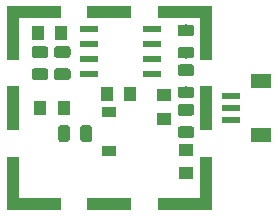
<source format=gbr>
G04 #@! TF.GenerationSoftware,KiCad,Pcbnew,(5.0.0)*
G04 #@! TF.CreationDate,2019-03-24T09:47:22+01:00*
G04 #@! TF.ProjectId,photoDiode_MDversion1.2,70686F746F44696F64655F4D44766572,rev?*
G04 #@! TF.SameCoordinates,Original*
G04 #@! TF.FileFunction,Paste,Bot*
G04 #@! TF.FilePolarity,Positive*
%FSLAX46Y46*%
G04 Gerber Fmt 4.6, Leading zero omitted, Abs format (unit mm)*
G04 Created by KiCad (PCBNEW (5.0.0)) date 03/24/19 09:47:22*
%MOMM*%
%LPD*%
G01*
G04 APERTURE LIST*
%ADD10R,1.200000X0.900000*%
%ADD11R,1.000000X1.250000*%
%ADD12C,0.100000*%
%ADD13C,0.975000*%
%ADD14R,1.250000X1.000000*%
%ADD15R,1.550000X0.600000*%
%ADD16R,1.800000X1.200000*%
%ADD17R,1.000000X3.800000*%
%ADD18R,3.800000X1.000000*%
%ADD19C,1.000000*%
G04 APERTURE END LIST*
D10*
G04 #@! TO.C,D2*
X149500000Y-98660000D03*
X149500000Y-95360000D03*
G04 #@! TD*
D11*
G04 #@! TO.C,C5*
X149270000Y-93770000D03*
X151270000Y-93770000D03*
G04 #@! TD*
D12*
G04 #@! TO.C,R6*
G36*
X156460142Y-91306174D02*
X156483803Y-91309684D01*
X156507007Y-91315496D01*
X156529529Y-91323554D01*
X156551153Y-91333782D01*
X156571670Y-91346079D01*
X156590883Y-91360329D01*
X156608607Y-91376393D01*
X156624671Y-91394117D01*
X156638921Y-91413330D01*
X156651218Y-91433847D01*
X156661446Y-91455471D01*
X156669504Y-91477993D01*
X156675316Y-91501197D01*
X156678826Y-91524858D01*
X156680000Y-91548750D01*
X156680000Y-92036250D01*
X156678826Y-92060142D01*
X156675316Y-92083803D01*
X156669504Y-92107007D01*
X156661446Y-92129529D01*
X156651218Y-92151153D01*
X156638921Y-92171670D01*
X156624671Y-92190883D01*
X156608607Y-92208607D01*
X156590883Y-92224671D01*
X156571670Y-92238921D01*
X156551153Y-92251218D01*
X156529529Y-92261446D01*
X156507007Y-92269504D01*
X156483803Y-92275316D01*
X156460142Y-92278826D01*
X156436250Y-92280000D01*
X155523750Y-92280000D01*
X155499858Y-92278826D01*
X155476197Y-92275316D01*
X155452993Y-92269504D01*
X155430471Y-92261446D01*
X155408847Y-92251218D01*
X155388330Y-92238921D01*
X155369117Y-92224671D01*
X155351393Y-92208607D01*
X155335329Y-92190883D01*
X155321079Y-92171670D01*
X155308782Y-92151153D01*
X155298554Y-92129529D01*
X155290496Y-92107007D01*
X155284684Y-92083803D01*
X155281174Y-92060142D01*
X155280000Y-92036250D01*
X155280000Y-91548750D01*
X155281174Y-91524858D01*
X155284684Y-91501197D01*
X155290496Y-91477993D01*
X155298554Y-91455471D01*
X155308782Y-91433847D01*
X155321079Y-91413330D01*
X155335329Y-91394117D01*
X155351393Y-91376393D01*
X155369117Y-91360329D01*
X155388330Y-91346079D01*
X155408847Y-91333782D01*
X155430471Y-91323554D01*
X155452993Y-91315496D01*
X155476197Y-91309684D01*
X155499858Y-91306174D01*
X155523750Y-91305000D01*
X156436250Y-91305000D01*
X156460142Y-91306174D01*
X156460142Y-91306174D01*
G37*
D13*
X155980000Y-91792500D03*
D12*
G36*
X156460142Y-93181174D02*
X156483803Y-93184684D01*
X156507007Y-93190496D01*
X156529529Y-93198554D01*
X156551153Y-93208782D01*
X156571670Y-93221079D01*
X156590883Y-93235329D01*
X156608607Y-93251393D01*
X156624671Y-93269117D01*
X156638921Y-93288330D01*
X156651218Y-93308847D01*
X156661446Y-93330471D01*
X156669504Y-93352993D01*
X156675316Y-93376197D01*
X156678826Y-93399858D01*
X156680000Y-93423750D01*
X156680000Y-93911250D01*
X156678826Y-93935142D01*
X156675316Y-93958803D01*
X156669504Y-93982007D01*
X156661446Y-94004529D01*
X156651218Y-94026153D01*
X156638921Y-94046670D01*
X156624671Y-94065883D01*
X156608607Y-94083607D01*
X156590883Y-94099671D01*
X156571670Y-94113921D01*
X156551153Y-94126218D01*
X156529529Y-94136446D01*
X156507007Y-94144504D01*
X156483803Y-94150316D01*
X156460142Y-94153826D01*
X156436250Y-94155000D01*
X155523750Y-94155000D01*
X155499858Y-94153826D01*
X155476197Y-94150316D01*
X155452993Y-94144504D01*
X155430471Y-94136446D01*
X155408847Y-94126218D01*
X155388330Y-94113921D01*
X155369117Y-94099671D01*
X155351393Y-94083607D01*
X155335329Y-94065883D01*
X155321079Y-94046670D01*
X155308782Y-94026153D01*
X155298554Y-94004529D01*
X155290496Y-93982007D01*
X155284684Y-93958803D01*
X155281174Y-93935142D01*
X155280000Y-93911250D01*
X155280000Y-93423750D01*
X155281174Y-93399858D01*
X155284684Y-93376197D01*
X155290496Y-93352993D01*
X155298554Y-93330471D01*
X155308782Y-93308847D01*
X155321079Y-93288330D01*
X155335329Y-93269117D01*
X155351393Y-93251393D01*
X155369117Y-93235329D01*
X155388330Y-93221079D01*
X155408847Y-93208782D01*
X155430471Y-93198554D01*
X155452993Y-93190496D01*
X155476197Y-93184684D01*
X155499858Y-93181174D01*
X155523750Y-93180000D01*
X156436250Y-93180000D01*
X156460142Y-93181174D01*
X156460142Y-93181174D01*
G37*
D13*
X155980000Y-93667500D03*
G04 #@! TD*
D12*
G04 #@! TO.C,R3*
G36*
X145920142Y-96461174D02*
X145943803Y-96464684D01*
X145967007Y-96470496D01*
X145989529Y-96478554D01*
X146011153Y-96488782D01*
X146031670Y-96501079D01*
X146050883Y-96515329D01*
X146068607Y-96531393D01*
X146084671Y-96549117D01*
X146098921Y-96568330D01*
X146111218Y-96588847D01*
X146121446Y-96610471D01*
X146129504Y-96632993D01*
X146135316Y-96656197D01*
X146138826Y-96679858D01*
X146140000Y-96703750D01*
X146140000Y-97616250D01*
X146138826Y-97640142D01*
X146135316Y-97663803D01*
X146129504Y-97687007D01*
X146121446Y-97709529D01*
X146111218Y-97731153D01*
X146098921Y-97751670D01*
X146084671Y-97770883D01*
X146068607Y-97788607D01*
X146050883Y-97804671D01*
X146031670Y-97818921D01*
X146011153Y-97831218D01*
X145989529Y-97841446D01*
X145967007Y-97849504D01*
X145943803Y-97855316D01*
X145920142Y-97858826D01*
X145896250Y-97860000D01*
X145408750Y-97860000D01*
X145384858Y-97858826D01*
X145361197Y-97855316D01*
X145337993Y-97849504D01*
X145315471Y-97841446D01*
X145293847Y-97831218D01*
X145273330Y-97818921D01*
X145254117Y-97804671D01*
X145236393Y-97788607D01*
X145220329Y-97770883D01*
X145206079Y-97751670D01*
X145193782Y-97731153D01*
X145183554Y-97709529D01*
X145175496Y-97687007D01*
X145169684Y-97663803D01*
X145166174Y-97640142D01*
X145165000Y-97616250D01*
X145165000Y-96703750D01*
X145166174Y-96679858D01*
X145169684Y-96656197D01*
X145175496Y-96632993D01*
X145183554Y-96610471D01*
X145193782Y-96588847D01*
X145206079Y-96568330D01*
X145220329Y-96549117D01*
X145236393Y-96531393D01*
X145254117Y-96515329D01*
X145273330Y-96501079D01*
X145293847Y-96488782D01*
X145315471Y-96478554D01*
X145337993Y-96470496D01*
X145361197Y-96464684D01*
X145384858Y-96461174D01*
X145408750Y-96460000D01*
X145896250Y-96460000D01*
X145920142Y-96461174D01*
X145920142Y-96461174D01*
G37*
D13*
X145652500Y-97160000D03*
D12*
G36*
X147795142Y-96461174D02*
X147818803Y-96464684D01*
X147842007Y-96470496D01*
X147864529Y-96478554D01*
X147886153Y-96488782D01*
X147906670Y-96501079D01*
X147925883Y-96515329D01*
X147943607Y-96531393D01*
X147959671Y-96549117D01*
X147973921Y-96568330D01*
X147986218Y-96588847D01*
X147996446Y-96610471D01*
X148004504Y-96632993D01*
X148010316Y-96656197D01*
X148013826Y-96679858D01*
X148015000Y-96703750D01*
X148015000Y-97616250D01*
X148013826Y-97640142D01*
X148010316Y-97663803D01*
X148004504Y-97687007D01*
X147996446Y-97709529D01*
X147986218Y-97731153D01*
X147973921Y-97751670D01*
X147959671Y-97770883D01*
X147943607Y-97788607D01*
X147925883Y-97804671D01*
X147906670Y-97818921D01*
X147886153Y-97831218D01*
X147864529Y-97841446D01*
X147842007Y-97849504D01*
X147818803Y-97855316D01*
X147795142Y-97858826D01*
X147771250Y-97860000D01*
X147283750Y-97860000D01*
X147259858Y-97858826D01*
X147236197Y-97855316D01*
X147212993Y-97849504D01*
X147190471Y-97841446D01*
X147168847Y-97831218D01*
X147148330Y-97818921D01*
X147129117Y-97804671D01*
X147111393Y-97788607D01*
X147095329Y-97770883D01*
X147081079Y-97751670D01*
X147068782Y-97731153D01*
X147058554Y-97709529D01*
X147050496Y-97687007D01*
X147044684Y-97663803D01*
X147041174Y-97640142D01*
X147040000Y-97616250D01*
X147040000Y-96703750D01*
X147041174Y-96679858D01*
X147044684Y-96656197D01*
X147050496Y-96632993D01*
X147058554Y-96610471D01*
X147068782Y-96588847D01*
X147081079Y-96568330D01*
X147095329Y-96549117D01*
X147111393Y-96531393D01*
X147129117Y-96515329D01*
X147148330Y-96501079D01*
X147168847Y-96488782D01*
X147190471Y-96478554D01*
X147212993Y-96470496D01*
X147236197Y-96464684D01*
X147259858Y-96461174D01*
X147283750Y-96460000D01*
X147771250Y-96460000D01*
X147795142Y-96461174D01*
X147795142Y-96461174D01*
G37*
D13*
X147527500Y-97160000D03*
G04 #@! TD*
D12*
G04 #@! TO.C,R4*
G36*
X156450142Y-89811174D02*
X156473803Y-89814684D01*
X156497007Y-89820496D01*
X156519529Y-89828554D01*
X156541153Y-89838782D01*
X156561670Y-89851079D01*
X156580883Y-89865329D01*
X156598607Y-89881393D01*
X156614671Y-89899117D01*
X156628921Y-89918330D01*
X156641218Y-89938847D01*
X156651446Y-89960471D01*
X156659504Y-89982993D01*
X156665316Y-90006197D01*
X156668826Y-90029858D01*
X156670000Y-90053750D01*
X156670000Y-90541250D01*
X156668826Y-90565142D01*
X156665316Y-90588803D01*
X156659504Y-90612007D01*
X156651446Y-90634529D01*
X156641218Y-90656153D01*
X156628921Y-90676670D01*
X156614671Y-90695883D01*
X156598607Y-90713607D01*
X156580883Y-90729671D01*
X156561670Y-90743921D01*
X156541153Y-90756218D01*
X156519529Y-90766446D01*
X156497007Y-90774504D01*
X156473803Y-90780316D01*
X156450142Y-90783826D01*
X156426250Y-90785000D01*
X155513750Y-90785000D01*
X155489858Y-90783826D01*
X155466197Y-90780316D01*
X155442993Y-90774504D01*
X155420471Y-90766446D01*
X155398847Y-90756218D01*
X155378330Y-90743921D01*
X155359117Y-90729671D01*
X155341393Y-90713607D01*
X155325329Y-90695883D01*
X155311079Y-90676670D01*
X155298782Y-90656153D01*
X155288554Y-90634529D01*
X155280496Y-90612007D01*
X155274684Y-90588803D01*
X155271174Y-90565142D01*
X155270000Y-90541250D01*
X155270000Y-90053750D01*
X155271174Y-90029858D01*
X155274684Y-90006197D01*
X155280496Y-89982993D01*
X155288554Y-89960471D01*
X155298782Y-89938847D01*
X155311079Y-89918330D01*
X155325329Y-89899117D01*
X155341393Y-89881393D01*
X155359117Y-89865329D01*
X155378330Y-89851079D01*
X155398847Y-89838782D01*
X155420471Y-89828554D01*
X155442993Y-89820496D01*
X155466197Y-89814684D01*
X155489858Y-89811174D01*
X155513750Y-89810000D01*
X156426250Y-89810000D01*
X156450142Y-89811174D01*
X156450142Y-89811174D01*
G37*
D13*
X155970000Y-90297500D03*
D12*
G36*
X156450142Y-87936174D02*
X156473803Y-87939684D01*
X156497007Y-87945496D01*
X156519529Y-87953554D01*
X156541153Y-87963782D01*
X156561670Y-87976079D01*
X156580883Y-87990329D01*
X156598607Y-88006393D01*
X156614671Y-88024117D01*
X156628921Y-88043330D01*
X156641218Y-88063847D01*
X156651446Y-88085471D01*
X156659504Y-88107993D01*
X156665316Y-88131197D01*
X156668826Y-88154858D01*
X156670000Y-88178750D01*
X156670000Y-88666250D01*
X156668826Y-88690142D01*
X156665316Y-88713803D01*
X156659504Y-88737007D01*
X156651446Y-88759529D01*
X156641218Y-88781153D01*
X156628921Y-88801670D01*
X156614671Y-88820883D01*
X156598607Y-88838607D01*
X156580883Y-88854671D01*
X156561670Y-88868921D01*
X156541153Y-88881218D01*
X156519529Y-88891446D01*
X156497007Y-88899504D01*
X156473803Y-88905316D01*
X156450142Y-88908826D01*
X156426250Y-88910000D01*
X155513750Y-88910000D01*
X155489858Y-88908826D01*
X155466197Y-88905316D01*
X155442993Y-88899504D01*
X155420471Y-88891446D01*
X155398847Y-88881218D01*
X155378330Y-88868921D01*
X155359117Y-88854671D01*
X155341393Y-88838607D01*
X155325329Y-88820883D01*
X155311079Y-88801670D01*
X155298782Y-88781153D01*
X155288554Y-88759529D01*
X155280496Y-88737007D01*
X155274684Y-88713803D01*
X155271174Y-88690142D01*
X155270000Y-88666250D01*
X155270000Y-88178750D01*
X155271174Y-88154858D01*
X155274684Y-88131197D01*
X155280496Y-88107993D01*
X155288554Y-88085471D01*
X155298782Y-88063847D01*
X155311079Y-88043330D01*
X155325329Y-88024117D01*
X155341393Y-88006393D01*
X155359117Y-87990329D01*
X155378330Y-87976079D01*
X155398847Y-87963782D01*
X155420471Y-87953554D01*
X155442993Y-87945496D01*
X155466197Y-87939684D01*
X155489858Y-87936174D01*
X155513750Y-87935000D01*
X156426250Y-87935000D01*
X156450142Y-87936174D01*
X156450142Y-87936174D01*
G37*
D13*
X155970000Y-88422500D03*
G04 #@! TD*
D11*
G04 #@! TO.C,C2*
X143630000Y-95000000D03*
X145630000Y-95000000D03*
G04 #@! TD*
D12*
G04 #@! TO.C,R1*
G36*
X145990142Y-89766174D02*
X146013803Y-89769684D01*
X146037007Y-89775496D01*
X146059529Y-89783554D01*
X146081153Y-89793782D01*
X146101670Y-89806079D01*
X146120883Y-89820329D01*
X146138607Y-89836393D01*
X146154671Y-89854117D01*
X146168921Y-89873330D01*
X146181218Y-89893847D01*
X146191446Y-89915471D01*
X146199504Y-89937993D01*
X146205316Y-89961197D01*
X146208826Y-89984858D01*
X146210000Y-90008750D01*
X146210000Y-90496250D01*
X146208826Y-90520142D01*
X146205316Y-90543803D01*
X146199504Y-90567007D01*
X146191446Y-90589529D01*
X146181218Y-90611153D01*
X146168921Y-90631670D01*
X146154671Y-90650883D01*
X146138607Y-90668607D01*
X146120883Y-90684671D01*
X146101670Y-90698921D01*
X146081153Y-90711218D01*
X146059529Y-90721446D01*
X146037007Y-90729504D01*
X146013803Y-90735316D01*
X145990142Y-90738826D01*
X145966250Y-90740000D01*
X145053750Y-90740000D01*
X145029858Y-90738826D01*
X145006197Y-90735316D01*
X144982993Y-90729504D01*
X144960471Y-90721446D01*
X144938847Y-90711218D01*
X144918330Y-90698921D01*
X144899117Y-90684671D01*
X144881393Y-90668607D01*
X144865329Y-90650883D01*
X144851079Y-90631670D01*
X144838782Y-90611153D01*
X144828554Y-90589529D01*
X144820496Y-90567007D01*
X144814684Y-90543803D01*
X144811174Y-90520142D01*
X144810000Y-90496250D01*
X144810000Y-90008750D01*
X144811174Y-89984858D01*
X144814684Y-89961197D01*
X144820496Y-89937993D01*
X144828554Y-89915471D01*
X144838782Y-89893847D01*
X144851079Y-89873330D01*
X144865329Y-89854117D01*
X144881393Y-89836393D01*
X144899117Y-89820329D01*
X144918330Y-89806079D01*
X144938847Y-89793782D01*
X144960471Y-89783554D01*
X144982993Y-89775496D01*
X145006197Y-89769684D01*
X145029858Y-89766174D01*
X145053750Y-89765000D01*
X145966250Y-89765000D01*
X145990142Y-89766174D01*
X145990142Y-89766174D01*
G37*
D13*
X145510000Y-90252500D03*
D12*
G36*
X145990142Y-91641174D02*
X146013803Y-91644684D01*
X146037007Y-91650496D01*
X146059529Y-91658554D01*
X146081153Y-91668782D01*
X146101670Y-91681079D01*
X146120883Y-91695329D01*
X146138607Y-91711393D01*
X146154671Y-91729117D01*
X146168921Y-91748330D01*
X146181218Y-91768847D01*
X146191446Y-91790471D01*
X146199504Y-91812993D01*
X146205316Y-91836197D01*
X146208826Y-91859858D01*
X146210000Y-91883750D01*
X146210000Y-92371250D01*
X146208826Y-92395142D01*
X146205316Y-92418803D01*
X146199504Y-92442007D01*
X146191446Y-92464529D01*
X146181218Y-92486153D01*
X146168921Y-92506670D01*
X146154671Y-92525883D01*
X146138607Y-92543607D01*
X146120883Y-92559671D01*
X146101670Y-92573921D01*
X146081153Y-92586218D01*
X146059529Y-92596446D01*
X146037007Y-92604504D01*
X146013803Y-92610316D01*
X145990142Y-92613826D01*
X145966250Y-92615000D01*
X145053750Y-92615000D01*
X145029858Y-92613826D01*
X145006197Y-92610316D01*
X144982993Y-92604504D01*
X144960471Y-92596446D01*
X144938847Y-92586218D01*
X144918330Y-92573921D01*
X144899117Y-92559671D01*
X144881393Y-92543607D01*
X144865329Y-92525883D01*
X144851079Y-92506670D01*
X144838782Y-92486153D01*
X144828554Y-92464529D01*
X144820496Y-92442007D01*
X144814684Y-92418803D01*
X144811174Y-92395142D01*
X144810000Y-92371250D01*
X144810000Y-91883750D01*
X144811174Y-91859858D01*
X144814684Y-91836197D01*
X144820496Y-91812993D01*
X144828554Y-91790471D01*
X144838782Y-91768847D01*
X144851079Y-91748330D01*
X144865329Y-91729117D01*
X144881393Y-91711393D01*
X144899117Y-91695329D01*
X144918330Y-91681079D01*
X144938847Y-91668782D01*
X144960471Y-91658554D01*
X144982993Y-91650496D01*
X145006197Y-91644684D01*
X145029858Y-91641174D01*
X145053750Y-91640000D01*
X145966250Y-91640000D01*
X145990142Y-91641174D01*
X145990142Y-91641174D01*
G37*
D13*
X145510000Y-92127500D03*
G04 #@! TD*
D12*
G04 #@! TO.C,R2*
G36*
X144100142Y-89766174D02*
X144123803Y-89769684D01*
X144147007Y-89775496D01*
X144169529Y-89783554D01*
X144191153Y-89793782D01*
X144211670Y-89806079D01*
X144230883Y-89820329D01*
X144248607Y-89836393D01*
X144264671Y-89854117D01*
X144278921Y-89873330D01*
X144291218Y-89893847D01*
X144301446Y-89915471D01*
X144309504Y-89937993D01*
X144315316Y-89961197D01*
X144318826Y-89984858D01*
X144320000Y-90008750D01*
X144320000Y-90496250D01*
X144318826Y-90520142D01*
X144315316Y-90543803D01*
X144309504Y-90567007D01*
X144301446Y-90589529D01*
X144291218Y-90611153D01*
X144278921Y-90631670D01*
X144264671Y-90650883D01*
X144248607Y-90668607D01*
X144230883Y-90684671D01*
X144211670Y-90698921D01*
X144191153Y-90711218D01*
X144169529Y-90721446D01*
X144147007Y-90729504D01*
X144123803Y-90735316D01*
X144100142Y-90738826D01*
X144076250Y-90740000D01*
X143163750Y-90740000D01*
X143139858Y-90738826D01*
X143116197Y-90735316D01*
X143092993Y-90729504D01*
X143070471Y-90721446D01*
X143048847Y-90711218D01*
X143028330Y-90698921D01*
X143009117Y-90684671D01*
X142991393Y-90668607D01*
X142975329Y-90650883D01*
X142961079Y-90631670D01*
X142948782Y-90611153D01*
X142938554Y-90589529D01*
X142930496Y-90567007D01*
X142924684Y-90543803D01*
X142921174Y-90520142D01*
X142920000Y-90496250D01*
X142920000Y-90008750D01*
X142921174Y-89984858D01*
X142924684Y-89961197D01*
X142930496Y-89937993D01*
X142938554Y-89915471D01*
X142948782Y-89893847D01*
X142961079Y-89873330D01*
X142975329Y-89854117D01*
X142991393Y-89836393D01*
X143009117Y-89820329D01*
X143028330Y-89806079D01*
X143048847Y-89793782D01*
X143070471Y-89783554D01*
X143092993Y-89775496D01*
X143116197Y-89769684D01*
X143139858Y-89766174D01*
X143163750Y-89765000D01*
X144076250Y-89765000D01*
X144100142Y-89766174D01*
X144100142Y-89766174D01*
G37*
D13*
X143620000Y-90252500D03*
D12*
G36*
X144100142Y-91641174D02*
X144123803Y-91644684D01*
X144147007Y-91650496D01*
X144169529Y-91658554D01*
X144191153Y-91668782D01*
X144211670Y-91681079D01*
X144230883Y-91695329D01*
X144248607Y-91711393D01*
X144264671Y-91729117D01*
X144278921Y-91748330D01*
X144291218Y-91768847D01*
X144301446Y-91790471D01*
X144309504Y-91812993D01*
X144315316Y-91836197D01*
X144318826Y-91859858D01*
X144320000Y-91883750D01*
X144320000Y-92371250D01*
X144318826Y-92395142D01*
X144315316Y-92418803D01*
X144309504Y-92442007D01*
X144301446Y-92464529D01*
X144291218Y-92486153D01*
X144278921Y-92506670D01*
X144264671Y-92525883D01*
X144248607Y-92543607D01*
X144230883Y-92559671D01*
X144211670Y-92573921D01*
X144191153Y-92586218D01*
X144169529Y-92596446D01*
X144147007Y-92604504D01*
X144123803Y-92610316D01*
X144100142Y-92613826D01*
X144076250Y-92615000D01*
X143163750Y-92615000D01*
X143139858Y-92613826D01*
X143116197Y-92610316D01*
X143092993Y-92604504D01*
X143070471Y-92596446D01*
X143048847Y-92586218D01*
X143028330Y-92573921D01*
X143009117Y-92559671D01*
X142991393Y-92543607D01*
X142975329Y-92525883D01*
X142961079Y-92506670D01*
X142948782Y-92486153D01*
X142938554Y-92464529D01*
X142930496Y-92442007D01*
X142924684Y-92418803D01*
X142921174Y-92395142D01*
X142920000Y-92371250D01*
X142920000Y-91883750D01*
X142921174Y-91859858D01*
X142924684Y-91836197D01*
X142930496Y-91812993D01*
X142938554Y-91790471D01*
X142948782Y-91768847D01*
X142961079Y-91748330D01*
X142975329Y-91729117D01*
X142991393Y-91711393D01*
X143009117Y-91695329D01*
X143028330Y-91681079D01*
X143048847Y-91668782D01*
X143070471Y-91658554D01*
X143092993Y-91650496D01*
X143116197Y-91644684D01*
X143139858Y-91641174D01*
X143163750Y-91640000D01*
X144076250Y-91640000D01*
X144100142Y-91641174D01*
X144100142Y-91641174D01*
G37*
D13*
X143620000Y-92127500D03*
G04 #@! TD*
D14*
G04 #@! TO.C,C1*
X154160000Y-95900000D03*
X154160000Y-93900000D03*
G04 #@! TD*
D15*
G04 #@! TO.C,J1*
X159800000Y-96000000D03*
X159800000Y-95000000D03*
X159800000Y-94000000D03*
D16*
X162325000Y-97300000D03*
X162325000Y-92700000D03*
G04 #@! TD*
D14*
G04 #@! TO.C,C3*
X155980000Y-98530000D03*
X155980000Y-100530000D03*
G04 #@! TD*
D11*
G04 #@! TO.C,C4*
X143425000Y-88625000D03*
X145425000Y-88625000D03*
G04 #@! TD*
D12*
G04 #@! TO.C,L1*
G36*
X156460142Y-96541174D02*
X156483803Y-96544684D01*
X156507007Y-96550496D01*
X156529529Y-96558554D01*
X156551153Y-96568782D01*
X156571670Y-96581079D01*
X156590883Y-96595329D01*
X156608607Y-96611393D01*
X156624671Y-96629117D01*
X156638921Y-96648330D01*
X156651218Y-96668847D01*
X156661446Y-96690471D01*
X156669504Y-96712993D01*
X156675316Y-96736197D01*
X156678826Y-96759858D01*
X156680000Y-96783750D01*
X156680000Y-97271250D01*
X156678826Y-97295142D01*
X156675316Y-97318803D01*
X156669504Y-97342007D01*
X156661446Y-97364529D01*
X156651218Y-97386153D01*
X156638921Y-97406670D01*
X156624671Y-97425883D01*
X156608607Y-97443607D01*
X156590883Y-97459671D01*
X156571670Y-97473921D01*
X156551153Y-97486218D01*
X156529529Y-97496446D01*
X156507007Y-97504504D01*
X156483803Y-97510316D01*
X156460142Y-97513826D01*
X156436250Y-97515000D01*
X155523750Y-97515000D01*
X155499858Y-97513826D01*
X155476197Y-97510316D01*
X155452993Y-97504504D01*
X155430471Y-97496446D01*
X155408847Y-97486218D01*
X155388330Y-97473921D01*
X155369117Y-97459671D01*
X155351393Y-97443607D01*
X155335329Y-97425883D01*
X155321079Y-97406670D01*
X155308782Y-97386153D01*
X155298554Y-97364529D01*
X155290496Y-97342007D01*
X155284684Y-97318803D01*
X155281174Y-97295142D01*
X155280000Y-97271250D01*
X155280000Y-96783750D01*
X155281174Y-96759858D01*
X155284684Y-96736197D01*
X155290496Y-96712993D01*
X155298554Y-96690471D01*
X155308782Y-96668847D01*
X155321079Y-96648330D01*
X155335329Y-96629117D01*
X155351393Y-96611393D01*
X155369117Y-96595329D01*
X155388330Y-96581079D01*
X155408847Y-96568782D01*
X155430471Y-96558554D01*
X155452993Y-96550496D01*
X155476197Y-96544684D01*
X155499858Y-96541174D01*
X155523750Y-96540000D01*
X156436250Y-96540000D01*
X156460142Y-96541174D01*
X156460142Y-96541174D01*
G37*
D13*
X155980000Y-97027500D03*
D12*
G36*
X156460142Y-94666174D02*
X156483803Y-94669684D01*
X156507007Y-94675496D01*
X156529529Y-94683554D01*
X156551153Y-94693782D01*
X156571670Y-94706079D01*
X156590883Y-94720329D01*
X156608607Y-94736393D01*
X156624671Y-94754117D01*
X156638921Y-94773330D01*
X156651218Y-94793847D01*
X156661446Y-94815471D01*
X156669504Y-94837993D01*
X156675316Y-94861197D01*
X156678826Y-94884858D01*
X156680000Y-94908750D01*
X156680000Y-95396250D01*
X156678826Y-95420142D01*
X156675316Y-95443803D01*
X156669504Y-95467007D01*
X156661446Y-95489529D01*
X156651218Y-95511153D01*
X156638921Y-95531670D01*
X156624671Y-95550883D01*
X156608607Y-95568607D01*
X156590883Y-95584671D01*
X156571670Y-95598921D01*
X156551153Y-95611218D01*
X156529529Y-95621446D01*
X156507007Y-95629504D01*
X156483803Y-95635316D01*
X156460142Y-95638826D01*
X156436250Y-95640000D01*
X155523750Y-95640000D01*
X155499858Y-95638826D01*
X155476197Y-95635316D01*
X155452993Y-95629504D01*
X155430471Y-95621446D01*
X155408847Y-95611218D01*
X155388330Y-95598921D01*
X155369117Y-95584671D01*
X155351393Y-95568607D01*
X155335329Y-95550883D01*
X155321079Y-95531670D01*
X155308782Y-95511153D01*
X155298554Y-95489529D01*
X155290496Y-95467007D01*
X155284684Y-95443803D01*
X155281174Y-95420142D01*
X155280000Y-95396250D01*
X155280000Y-94908750D01*
X155281174Y-94884858D01*
X155284684Y-94861197D01*
X155290496Y-94837993D01*
X155298554Y-94815471D01*
X155308782Y-94793847D01*
X155321079Y-94773330D01*
X155335329Y-94754117D01*
X155351393Y-94736393D01*
X155369117Y-94720329D01*
X155388330Y-94706079D01*
X155408847Y-94693782D01*
X155430471Y-94683554D01*
X155452993Y-94675496D01*
X155476197Y-94669684D01*
X155499858Y-94666174D01*
X155523750Y-94665000D01*
X156436250Y-94665000D01*
X156460142Y-94666174D01*
X156460142Y-94666174D01*
G37*
D13*
X155980000Y-95152500D03*
G04 #@! TD*
D15*
G04 #@! TO.C,U1*
X147750000Y-92105000D03*
X147750000Y-90835000D03*
X147750000Y-89565000D03*
X147750000Y-88295000D03*
X153150000Y-88295000D03*
X153150000Y-89565000D03*
X153150000Y-90835000D03*
X153150000Y-92105000D03*
G04 #@! TD*
D17*
G04 #@! TO.C,U2*
X157650000Y-95000000D03*
X141350000Y-95000000D03*
D18*
X149500000Y-103150000D03*
X149500000Y-86850000D03*
D19*
X155875000Y-103150000D03*
D12*
G36*
X158150000Y-103650000D02*
X153600000Y-103650000D01*
X153600000Y-102650000D01*
X158150000Y-102650000D01*
X158150000Y-103650000D01*
X158150000Y-103650000D01*
G37*
D19*
X157650000Y-101375000D03*
D12*
G36*
X157150000Y-103650000D02*
X157150000Y-99100000D01*
X158150000Y-99100000D01*
X158150000Y-103650000D01*
X157150000Y-103650000D01*
X157150000Y-103650000D01*
G37*
D19*
X143125000Y-103150000D03*
D12*
G36*
X145400000Y-103650000D02*
X140850000Y-103650000D01*
X140850000Y-102650000D01*
X145400000Y-102650000D01*
X145400000Y-103650000D01*
X145400000Y-103650000D01*
G37*
D19*
X141350000Y-101375000D03*
D12*
G36*
X140850000Y-103650000D02*
X140850000Y-99100000D01*
X141850000Y-99100000D01*
X141850000Y-103650000D01*
X140850000Y-103650000D01*
X140850000Y-103650000D01*
G37*
D19*
X141350000Y-88625000D03*
D12*
G36*
X140850000Y-90900000D02*
X140850000Y-86350000D01*
X141850000Y-86350000D01*
X141850000Y-90900000D01*
X140850000Y-90900000D01*
X140850000Y-90900000D01*
G37*
D19*
X143125000Y-86850000D03*
D12*
G36*
X145400000Y-87350000D02*
X140850000Y-87350000D01*
X140850000Y-86350000D01*
X145400000Y-86350000D01*
X145400000Y-87350000D01*
X145400000Y-87350000D01*
G37*
D19*
X155875000Y-86850000D03*
D12*
G36*
X158150000Y-87350000D02*
X153600000Y-87350000D01*
X153600000Y-86350000D01*
X158150000Y-86350000D01*
X158150000Y-87350000D01*
X158150000Y-87350000D01*
G37*
D19*
X157650000Y-88625000D03*
D12*
G36*
X157150000Y-90900000D02*
X157150000Y-86350000D01*
X158150000Y-86350000D01*
X158150000Y-90900000D01*
X157150000Y-90900000D01*
X157150000Y-90900000D01*
G37*
G04 #@! TD*
M02*

</source>
